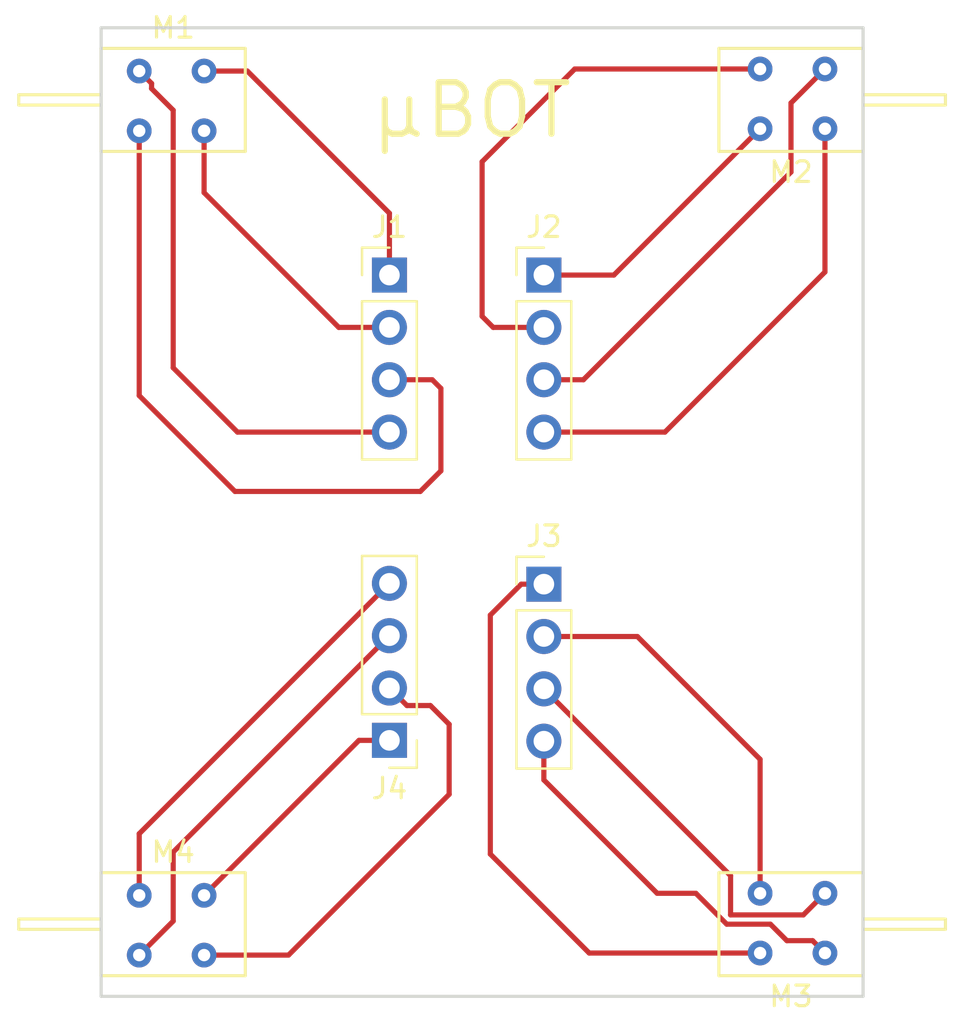
<source format=kicad_pcb>
(kicad_pcb (version 20171130) (host pcbnew 5.0.2-5.fc29)

  (general
    (thickness 1.6)
    (drawings 5)
    (tracks 66)
    (zones 0)
    (modules 8)
    (nets 17)
  )

  (page A4)
  (layers
    (0 F.Cu signal)
    (31 B.Cu signal)
    (32 B.Adhes user)
    (33 F.Adhes user)
    (34 B.Paste user)
    (35 F.Paste user)
    (36 B.SilkS user)
    (37 F.SilkS user)
    (38 B.Mask user)
    (39 F.Mask user)
    (40 Dwgs.User user)
    (41 Cmts.User user)
    (42 Eco1.User user)
    (43 Eco2.User user)
    (44 Edge.Cuts user)
    (45 Margin user)
    (46 B.CrtYd user)
    (47 F.CrtYd user)
    (48 B.Fab user)
    (49 F.Fab user)
  )

  (setup
    (last_trace_width 0.25)
    (trace_clearance 0.2)
    (zone_clearance 0.508)
    (zone_45_only no)
    (trace_min 0.2)
    (segment_width 0.2)
    (edge_width 0.15)
    (via_size 0.8)
    (via_drill 0.4)
    (via_min_size 0.4)
    (via_min_drill 0.3)
    (uvia_size 0.3)
    (uvia_drill 0.1)
    (uvias_allowed no)
    (uvia_min_size 0.2)
    (uvia_min_drill 0.1)
    (pcb_text_width 0.3)
    (pcb_text_size 1.5 1.5)
    (mod_edge_width 0.15)
    (mod_text_size 1 1)
    (mod_text_width 0.15)
    (pad_size 1.524 1.524)
    (pad_drill 0.762)
    (pad_to_mask_clearance 0.051)
    (solder_mask_min_width 0.25)
    (aux_axis_origin 0 0)
    (visible_elements FFFFFF7F)
    (pcbplotparams
      (layerselection 0x010fc_ffffffff)
      (usegerberextensions false)
      (usegerberattributes false)
      (usegerberadvancedattributes false)
      (creategerberjobfile false)
      (excludeedgelayer true)
      (linewidth 0.100000)
      (plotframeref false)
      (viasonmask false)
      (mode 1)
      (useauxorigin false)
      (hpglpennumber 1)
      (hpglpenspeed 20)
      (hpglpendiameter 15.000000)
      (psnegative false)
      (psa4output false)
      (plotreference true)
      (plotvalue true)
      (plotinvisibletext false)
      (padsonsilk false)
      (subtractmaskfromsilk false)
      (outputformat 1)
      (mirror false)
      (drillshape 1)
      (scaleselection 1)
      (outputdirectory ""))
  )

  (net 0 "")
  (net 1 "Net-(J1-Pad1)")
  (net 2 "Net-(J1-Pad2)")
  (net 3 "Net-(J1-Pad3)")
  (net 4 "Net-(J1-Pad4)")
  (net 5 "Net-(J2-Pad1)")
  (net 6 "Net-(J2-Pad2)")
  (net 7 "Net-(J2-Pad3)")
  (net 8 "Net-(J2-Pad4)")
  (net 9 "Net-(J3-Pad4)")
  (net 10 "Net-(J3-Pad3)")
  (net 11 "Net-(J3-Pad2)")
  (net 12 "Net-(J3-Pad1)")
  (net 13 "Net-(J4-Pad4)")
  (net 14 "Net-(J4-Pad3)")
  (net 15 "Net-(J4-Pad2)")
  (net 16 "Net-(J4-Pad1)")

  (net_class Default "This is the default net class."
    (clearance 0.2)
    (trace_width 0.25)
    (via_dia 0.8)
    (via_drill 0.4)
    (uvia_dia 0.3)
    (uvia_drill 0.1)
    (add_net "Net-(J1-Pad1)")
    (add_net "Net-(J1-Pad2)")
    (add_net "Net-(J1-Pad3)")
    (add_net "Net-(J1-Pad4)")
    (add_net "Net-(J2-Pad1)")
    (add_net "Net-(J2-Pad2)")
    (add_net "Net-(J2-Pad3)")
    (add_net "Net-(J2-Pad4)")
    (add_net "Net-(J3-Pad1)")
    (add_net "Net-(J3-Pad2)")
    (add_net "Net-(J3-Pad3)")
    (add_net "Net-(J3-Pad4)")
    (add_net "Net-(J4-Pad1)")
    (add_net "Net-(J4-Pad2)")
    (add_net "Net-(J4-Pad3)")
    (add_net "Net-(J4-Pad4)")
  )

  (module my_footprints:micro_stepper1 (layer F.Cu) (tedit 5E6E789C) (tstamp 5E7C775C)
    (at 107.5 111.5 180)
    (path /5E6F78BF)
    (fp_text reference M4 (at 0 3.5 180) (layer F.SilkS)
      (effects (font (size 1 1) (thickness 0.15)))
    )
    (fp_text value Stepper_Motor_bipolar (at 0 -4 180) (layer F.Fab)
      (effects (font (size 1 1) (thickness 0.15)))
    )
    (fp_line (start 7.5 0.25) (end 3.5 0.25) (layer F.SilkS) (width 0.15))
    (fp_line (start 7.5 -0.25) (end 7.5 0.25) (layer F.SilkS) (width 0.15))
    (fp_line (start 3.5 -0.25) (end 7.5 -0.25) (layer F.SilkS) (width 0.15))
    (fp_line (start 3.5 -2.5) (end -3.5 -2.5) (layer F.SilkS) (width 0.15))
    (fp_line (start 3.5 2.5) (end 3.5 -2.5) (layer F.SilkS) (width 0.15))
    (fp_line (start -3.5 2.5) (end 3.5 2.5) (layer F.SilkS) (width 0.15))
    (fp_line (start -3.5 -2.5) (end -3.5 2.5) (layer F.SilkS) (width 0.15))
    (pad 4 thru_hole circle (at 1.65 1.4 180) (size 1.2 1.2) (drill 0.6) (layers *.Cu *.Mask)
      (net 13 "Net-(J4-Pad4)"))
    (pad 2 thru_hole circle (at -1.5 1.4 180) (size 1.2 1.2) (drill 0.6) (layers *.Cu *.Mask)
      (net 16 "Net-(J4-Pad1)"))
    (pad 3 thru_hole circle (at 1.65 -1.5 180) (size 1.2 1.2) (drill 0.6) (layers *.Cu *.Mask)
      (net 14 "Net-(J4-Pad3)"))
    (pad 1 thru_hole circle (at -1.5 -1.5 180) (size 1.2 1.2) (drill 0.6) (layers *.Cu *.Mask)
      (net 15 "Net-(J4-Pad2)"))
  )

  (module my_footprints:micro_stepper1 (layer F.Cu) (tedit 5E6E789C) (tstamp 5E7C772F)
    (at 107.5 71.5 180)
    (path /5E6E63B8)
    (fp_text reference M1 (at 0 3.5 180) (layer F.SilkS)
      (effects (font (size 1 1) (thickness 0.15)))
    )
    (fp_text value Stepper_Motor_bipolar (at 0 -4 180) (layer F.Fab)
      (effects (font (size 1 1) (thickness 0.15)))
    )
    (fp_line (start -3.5 -2.5) (end -3.5 2.5) (layer F.SilkS) (width 0.15))
    (fp_line (start -3.5 2.5) (end 3.5 2.5) (layer F.SilkS) (width 0.15))
    (fp_line (start 3.5 2.5) (end 3.5 -2.5) (layer F.SilkS) (width 0.15))
    (fp_line (start 3.5 -2.5) (end -3.5 -2.5) (layer F.SilkS) (width 0.15))
    (fp_line (start 3.5 -0.25) (end 7.5 -0.25) (layer F.SilkS) (width 0.15))
    (fp_line (start 7.5 -0.25) (end 7.5 0.25) (layer F.SilkS) (width 0.15))
    (fp_line (start 7.5 0.25) (end 3.5 0.25) (layer F.SilkS) (width 0.15))
    (pad 1 thru_hole circle (at -1.5 -1.5 180) (size 1.2 1.2) (drill 0.6) (layers *.Cu *.Mask)
      (net 2 "Net-(J1-Pad2)"))
    (pad 3 thru_hole circle (at 1.65 -1.5 180) (size 1.2 1.2) (drill 0.6) (layers *.Cu *.Mask)
      (net 3 "Net-(J1-Pad3)"))
    (pad 2 thru_hole circle (at -1.5 1.4 180) (size 1.2 1.2) (drill 0.6) (layers *.Cu *.Mask)
      (net 1 "Net-(J1-Pad1)"))
    (pad 4 thru_hole circle (at 1.65 1.4 180) (size 1.2 1.2) (drill 0.6) (layers *.Cu *.Mask)
      (net 4 "Net-(J1-Pad4)"))
  )

  (module my_footprints:micro_stepper1 (layer F.Cu) (tedit 5E6E789C) (tstamp 5E7C773E)
    (at 137.5 71.5)
    (path /5E6F7332)
    (fp_text reference M2 (at 0 3.5) (layer F.SilkS)
      (effects (font (size 1 1) (thickness 0.15)))
    )
    (fp_text value Stepper_Motor_bipolar (at 0 -4) (layer F.Fab)
      (effects (font (size 1 1) (thickness 0.15)))
    )
    (fp_line (start -3.5 -2.5) (end -3.5 2.5) (layer F.SilkS) (width 0.15))
    (fp_line (start -3.5 2.5) (end 3.5 2.5) (layer F.SilkS) (width 0.15))
    (fp_line (start 3.5 2.5) (end 3.5 -2.5) (layer F.SilkS) (width 0.15))
    (fp_line (start 3.5 -2.5) (end -3.5 -2.5) (layer F.SilkS) (width 0.15))
    (fp_line (start 3.5 -0.25) (end 7.5 -0.25) (layer F.SilkS) (width 0.15))
    (fp_line (start 7.5 -0.25) (end 7.5 0.25) (layer F.SilkS) (width 0.15))
    (fp_line (start 7.5 0.25) (end 3.5 0.25) (layer F.SilkS) (width 0.15))
    (pad 1 thru_hole circle (at -1.5 -1.5) (size 1.2 1.2) (drill 0.6) (layers *.Cu *.Mask)
      (net 6 "Net-(J2-Pad2)"))
    (pad 3 thru_hole circle (at 1.65 -1.5) (size 1.2 1.2) (drill 0.6) (layers *.Cu *.Mask)
      (net 7 "Net-(J2-Pad3)"))
    (pad 2 thru_hole circle (at -1.5 1.4) (size 1.2 1.2) (drill 0.6) (layers *.Cu *.Mask)
      (net 5 "Net-(J2-Pad1)"))
    (pad 4 thru_hole circle (at 1.65 1.4) (size 1.2 1.2) (drill 0.6) (layers *.Cu *.Mask)
      (net 8 "Net-(J2-Pad4)"))
  )

  (module my_footprints:micro_stepper1 (layer F.Cu) (tedit 5E6E789C) (tstamp 5E7C774D)
    (at 137.5 111.5)
    (path /5E6F7092)
    (fp_text reference M3 (at 0 3.5) (layer F.SilkS)
      (effects (font (size 1 1) (thickness 0.15)))
    )
    (fp_text value Stepper_Motor_bipolar (at 0 -4) (layer F.Fab)
      (effects (font (size 1 1) (thickness 0.15)))
    )
    (fp_line (start 7.5 0.25) (end 3.5 0.25) (layer F.SilkS) (width 0.15))
    (fp_line (start 7.5 -0.25) (end 7.5 0.25) (layer F.SilkS) (width 0.15))
    (fp_line (start 3.5 -0.25) (end 7.5 -0.25) (layer F.SilkS) (width 0.15))
    (fp_line (start 3.5 -2.5) (end -3.5 -2.5) (layer F.SilkS) (width 0.15))
    (fp_line (start 3.5 2.5) (end 3.5 -2.5) (layer F.SilkS) (width 0.15))
    (fp_line (start -3.5 2.5) (end 3.5 2.5) (layer F.SilkS) (width 0.15))
    (fp_line (start -3.5 -2.5) (end -3.5 2.5) (layer F.SilkS) (width 0.15))
    (pad 4 thru_hole circle (at 1.65 1.4) (size 1.2 1.2) (drill 0.6) (layers *.Cu *.Mask)
      (net 9 "Net-(J3-Pad4)"))
    (pad 2 thru_hole circle (at -1.5 1.4) (size 1.2 1.2) (drill 0.6) (layers *.Cu *.Mask)
      (net 12 "Net-(J3-Pad1)"))
    (pad 3 thru_hole circle (at 1.65 -1.5) (size 1.2 1.2) (drill 0.6) (layers *.Cu *.Mask)
      (net 10 "Net-(J3-Pad3)"))
    (pad 1 thru_hole circle (at -1.5 -1.5) (size 1.2 1.2) (drill 0.6) (layers *.Cu *.Mask)
      (net 11 "Net-(J3-Pad2)"))
  )

  (module Connector_PinHeader_2.54mm:PinHeader_1x04_P2.54mm_Vertical (layer F.Cu) (tedit 59FED5CC) (tstamp 5E7C7B64)
    (at 118 80)
    (descr "Through hole straight pin header, 1x04, 2.54mm pitch, single row")
    (tags "Through hole pin header THT 1x04 2.54mm single row")
    (path /5E6F69D0)
    (fp_text reference J1 (at 0 -2.33) (layer F.SilkS)
      (effects (font (size 1 1) (thickness 0.15)))
    )
    (fp_text value Conn_01x04_Male (at 0 9.95) (layer F.Fab)
      (effects (font (size 1 1) (thickness 0.15)))
    )
    (fp_line (start -0.635 -1.27) (end 1.27 -1.27) (layer F.Fab) (width 0.1))
    (fp_line (start 1.27 -1.27) (end 1.27 8.89) (layer F.Fab) (width 0.1))
    (fp_line (start 1.27 8.89) (end -1.27 8.89) (layer F.Fab) (width 0.1))
    (fp_line (start -1.27 8.89) (end -1.27 -0.635) (layer F.Fab) (width 0.1))
    (fp_line (start -1.27 -0.635) (end -0.635 -1.27) (layer F.Fab) (width 0.1))
    (fp_line (start -1.33 8.95) (end 1.33 8.95) (layer F.SilkS) (width 0.12))
    (fp_line (start -1.33 1.27) (end -1.33 8.95) (layer F.SilkS) (width 0.12))
    (fp_line (start 1.33 1.27) (end 1.33 8.95) (layer F.SilkS) (width 0.12))
    (fp_line (start -1.33 1.27) (end 1.33 1.27) (layer F.SilkS) (width 0.12))
    (fp_line (start -1.33 0) (end -1.33 -1.33) (layer F.SilkS) (width 0.12))
    (fp_line (start -1.33 -1.33) (end 0 -1.33) (layer F.SilkS) (width 0.12))
    (fp_line (start -1.8 -1.8) (end -1.8 9.4) (layer F.CrtYd) (width 0.05))
    (fp_line (start -1.8 9.4) (end 1.8 9.4) (layer F.CrtYd) (width 0.05))
    (fp_line (start 1.8 9.4) (end 1.8 -1.8) (layer F.CrtYd) (width 0.05))
    (fp_line (start 1.8 -1.8) (end -1.8 -1.8) (layer F.CrtYd) (width 0.05))
    (fp_text user %R (at 0 3.81 90) (layer F.Fab)
      (effects (font (size 1 1) (thickness 0.15)))
    )
    (pad 1 thru_hole rect (at 0 0) (size 1.7 1.7) (drill 1) (layers *.Cu *.Mask)
      (net 1 "Net-(J1-Pad1)"))
    (pad 2 thru_hole oval (at 0 2.54) (size 1.7 1.7) (drill 1) (layers *.Cu *.Mask)
      (net 2 "Net-(J1-Pad2)"))
    (pad 3 thru_hole oval (at 0 5.08) (size 1.7 1.7) (drill 1) (layers *.Cu *.Mask)
      (net 3 "Net-(J1-Pad3)"))
    (pad 4 thru_hole oval (at 0 7.62) (size 1.7 1.7) (drill 1) (layers *.Cu *.Mask)
      (net 4 "Net-(J1-Pad4)"))
    (model ${KISYS3DMOD}/Connector_PinHeader_2.54mm.3dshapes/PinHeader_1x04_P2.54mm_Vertical.wrl
      (at (xyz 0 0 0))
      (scale (xyz 1 1 1))
      (rotate (xyz 0 0 0))
    )
  )

  (module Connector_PinHeader_2.54mm:PinHeader_1x04_P2.54mm_Vertical (layer F.Cu) (tedit 59FED5CC) (tstamp 5E7C7B7B)
    (at 125.5 80)
    (descr "Through hole straight pin header, 1x04, 2.54mm pitch, single row")
    (tags "Through hole pin header THT 1x04 2.54mm single row")
    (path /5E6F7338)
    (fp_text reference J2 (at 0 -2.33) (layer F.SilkS)
      (effects (font (size 1 1) (thickness 0.15)))
    )
    (fp_text value Conn_01x04_Male (at 0 9.95) (layer F.Fab)
      (effects (font (size 1 1) (thickness 0.15)))
    )
    (fp_line (start -0.635 -1.27) (end 1.27 -1.27) (layer F.Fab) (width 0.1))
    (fp_line (start 1.27 -1.27) (end 1.27 8.89) (layer F.Fab) (width 0.1))
    (fp_line (start 1.27 8.89) (end -1.27 8.89) (layer F.Fab) (width 0.1))
    (fp_line (start -1.27 8.89) (end -1.27 -0.635) (layer F.Fab) (width 0.1))
    (fp_line (start -1.27 -0.635) (end -0.635 -1.27) (layer F.Fab) (width 0.1))
    (fp_line (start -1.33 8.95) (end 1.33 8.95) (layer F.SilkS) (width 0.12))
    (fp_line (start -1.33 1.27) (end -1.33 8.95) (layer F.SilkS) (width 0.12))
    (fp_line (start 1.33 1.27) (end 1.33 8.95) (layer F.SilkS) (width 0.12))
    (fp_line (start -1.33 1.27) (end 1.33 1.27) (layer F.SilkS) (width 0.12))
    (fp_line (start -1.33 0) (end -1.33 -1.33) (layer F.SilkS) (width 0.12))
    (fp_line (start -1.33 -1.33) (end 0 -1.33) (layer F.SilkS) (width 0.12))
    (fp_line (start -1.8 -1.8) (end -1.8 9.4) (layer F.CrtYd) (width 0.05))
    (fp_line (start -1.8 9.4) (end 1.8 9.4) (layer F.CrtYd) (width 0.05))
    (fp_line (start 1.8 9.4) (end 1.8 -1.8) (layer F.CrtYd) (width 0.05))
    (fp_line (start 1.8 -1.8) (end -1.8 -1.8) (layer F.CrtYd) (width 0.05))
    (fp_text user %R (at 0 3.81 90) (layer F.Fab)
      (effects (font (size 1 1) (thickness 0.15)))
    )
    (pad 1 thru_hole rect (at 0 0) (size 1.7 1.7) (drill 1) (layers *.Cu *.Mask)
      (net 5 "Net-(J2-Pad1)"))
    (pad 2 thru_hole oval (at 0 2.54) (size 1.7 1.7) (drill 1) (layers *.Cu *.Mask)
      (net 6 "Net-(J2-Pad2)"))
    (pad 3 thru_hole oval (at 0 5.08) (size 1.7 1.7) (drill 1) (layers *.Cu *.Mask)
      (net 7 "Net-(J2-Pad3)"))
    (pad 4 thru_hole oval (at 0 7.62) (size 1.7 1.7) (drill 1) (layers *.Cu *.Mask)
      (net 8 "Net-(J2-Pad4)"))
    (model ${KISYS3DMOD}/Connector_PinHeader_2.54mm.3dshapes/PinHeader_1x04_P2.54mm_Vertical.wrl
      (at (xyz 0 0 0))
      (scale (xyz 1 1 1))
      (rotate (xyz 0 0 0))
    )
  )

  (module Connector_PinHeader_2.54mm:PinHeader_1x04_P2.54mm_Vertical (layer F.Cu) (tedit 59FED5CC) (tstamp 5E7C7B92)
    (at 125.5 95)
    (descr "Through hole straight pin header, 1x04, 2.54mm pitch, single row")
    (tags "Through hole pin header THT 1x04 2.54mm single row")
    (path /5E6F7098)
    (fp_text reference J3 (at 0 -2.33) (layer F.SilkS)
      (effects (font (size 1 1) (thickness 0.15)))
    )
    (fp_text value Conn_01x04_Male (at 0 9.95) (layer F.Fab)
      (effects (font (size 1 1) (thickness 0.15)))
    )
    (fp_text user %R (at 0.5 3.81 90) (layer F.Fab)
      (effects (font (size 1 1) (thickness 0.15)))
    )
    (fp_line (start 1.8 -1.8) (end -1.8 -1.8) (layer F.CrtYd) (width 0.05))
    (fp_line (start 1.8 9.4) (end 1.8 -1.8) (layer F.CrtYd) (width 0.05))
    (fp_line (start -1.8 9.4) (end 1.8 9.4) (layer F.CrtYd) (width 0.05))
    (fp_line (start -1.8 -1.8) (end -1.8 9.4) (layer F.CrtYd) (width 0.05))
    (fp_line (start -1.33 -1.33) (end 0 -1.33) (layer F.SilkS) (width 0.12))
    (fp_line (start -1.33 0) (end -1.33 -1.33) (layer F.SilkS) (width 0.12))
    (fp_line (start -1.33 1.27) (end 1.33 1.27) (layer F.SilkS) (width 0.12))
    (fp_line (start 1.33 1.27) (end 1.33 8.95) (layer F.SilkS) (width 0.12))
    (fp_line (start -1.33 1.27) (end -1.33 8.95) (layer F.SilkS) (width 0.12))
    (fp_line (start -1.33 8.95) (end 1.33 8.95) (layer F.SilkS) (width 0.12))
    (fp_line (start -1.27 -0.635) (end -0.635 -1.27) (layer F.Fab) (width 0.1))
    (fp_line (start -1.27 8.89) (end -1.27 -0.635) (layer F.Fab) (width 0.1))
    (fp_line (start 1.27 8.89) (end -1.27 8.89) (layer F.Fab) (width 0.1))
    (fp_line (start 1.27 -1.27) (end 1.27 8.89) (layer F.Fab) (width 0.1))
    (fp_line (start -0.635 -1.27) (end 1.27 -1.27) (layer F.Fab) (width 0.1))
    (pad 4 thru_hole oval (at 0 7.62) (size 1.7 1.7) (drill 1) (layers *.Cu *.Mask)
      (net 9 "Net-(J3-Pad4)"))
    (pad 3 thru_hole oval (at 0 5.08) (size 1.7 1.7) (drill 1) (layers *.Cu *.Mask)
      (net 10 "Net-(J3-Pad3)"))
    (pad 2 thru_hole oval (at 0 2.54) (size 1.7 1.7) (drill 1) (layers *.Cu *.Mask)
      (net 11 "Net-(J3-Pad2)"))
    (pad 1 thru_hole rect (at 0 0) (size 1.7 1.7) (drill 1) (layers *.Cu *.Mask)
      (net 12 "Net-(J3-Pad1)"))
    (model ${KISYS3DMOD}/Connector_PinHeader_2.54mm.3dshapes/PinHeader_1x04_P2.54mm_Vertical.wrl
      (at (xyz 0 0 0))
      (scale (xyz 1 1 1))
      (rotate (xyz 0 0 0))
    )
  )

  (module Connector_PinHeader_2.54mm:PinHeader_1x04_P2.54mm_Vertical (layer F.Cu) (tedit 59FED5CC) (tstamp 5E7C7BA9)
    (at 118 102.58 180)
    (descr "Through hole straight pin header, 1x04, 2.54mm pitch, single row")
    (tags "Through hole pin header THT 1x04 2.54mm single row")
    (path /5E6F78C5)
    (fp_text reference J4 (at 0 -2.33 180) (layer F.SilkS)
      (effects (font (size 1 1) (thickness 0.15)))
    )
    (fp_text value Conn_01x04_Male (at 0 9.95 180) (layer F.Fab)
      (effects (font (size 1 1) (thickness 0.15)))
    )
    (fp_text user %R (at 0 3.81 270) (layer F.Fab)
      (effects (font (size 1 1) (thickness 0.15)))
    )
    (fp_line (start 1.8 -1.8) (end -1.8 -1.8) (layer F.CrtYd) (width 0.05))
    (fp_line (start 1.8 9.4) (end 1.8 -1.8) (layer F.CrtYd) (width 0.05))
    (fp_line (start -1.8 9.4) (end 1.8 9.4) (layer F.CrtYd) (width 0.05))
    (fp_line (start -1.8 -1.8) (end -1.8 9.4) (layer F.CrtYd) (width 0.05))
    (fp_line (start -1.33 -1.33) (end 0 -1.33) (layer F.SilkS) (width 0.12))
    (fp_line (start -1.33 0) (end -1.33 -1.33) (layer F.SilkS) (width 0.12))
    (fp_line (start -1.33 1.27) (end 1.33 1.27) (layer F.SilkS) (width 0.12))
    (fp_line (start 1.33 1.27) (end 1.33 8.95) (layer F.SilkS) (width 0.12))
    (fp_line (start -1.33 1.27) (end -1.33 8.95) (layer F.SilkS) (width 0.12))
    (fp_line (start -1.33 8.95) (end 1.33 8.95) (layer F.SilkS) (width 0.12))
    (fp_line (start -1.27 -0.635) (end -0.635 -1.27) (layer F.Fab) (width 0.1))
    (fp_line (start -1.27 8.89) (end -1.27 -0.635) (layer F.Fab) (width 0.1))
    (fp_line (start 1.27 8.89) (end -1.27 8.89) (layer F.Fab) (width 0.1))
    (fp_line (start 1.27 -1.27) (end 1.27 8.89) (layer F.Fab) (width 0.1))
    (fp_line (start -0.635 -1.27) (end 1.27 -1.27) (layer F.Fab) (width 0.1))
    (pad 4 thru_hole oval (at 0 7.62 180) (size 1.7 1.7) (drill 1) (layers *.Cu *.Mask)
      (net 13 "Net-(J4-Pad4)"))
    (pad 3 thru_hole oval (at 0 5.08 180) (size 1.7 1.7) (drill 1) (layers *.Cu *.Mask)
      (net 14 "Net-(J4-Pad3)"))
    (pad 2 thru_hole oval (at 0 2.54 180) (size 1.7 1.7) (drill 1) (layers *.Cu *.Mask)
      (net 15 "Net-(J4-Pad2)"))
    (pad 1 thru_hole rect (at 0 0 180) (size 1.7 1.7) (drill 1) (layers *.Cu *.Mask)
      (net 16 "Net-(J4-Pad1)"))
    (model ${KISYS3DMOD}/Connector_PinHeader_2.54mm.3dshapes/PinHeader_1x04_P2.54mm_Vertical.wrl
      (at (xyz 0 0 0))
      (scale (xyz 1 1 1))
      (rotate (xyz 0 0 0))
    )
  )

  (gr_text μBOT (at 122 72) (layer F.SilkS)
    (effects (font (size 2.5 2.5) (thickness 0.3)))
  )
  (gr_line (start 141 68) (end 104 68) (layer Edge.Cuts) (width 0.15))
  (gr_line (start 141 115) (end 141 68) (layer Edge.Cuts) (width 0.15))
  (gr_line (start 104 115) (end 141 115) (layer Edge.Cuts) (width 0.15))
  (gr_line (start 104 68) (end 104 115) (layer Edge.Cuts) (width 0.15))

  (segment (start 109 70.1) (end 111.1 70.1) (width 0.25) (layer F.Cu) (net 1))
  (segment (start 118 77) (end 118 80) (width 0.25) (layer F.Cu) (net 1))
  (segment (start 111.1 70.1) (end 118 77) (width 0.25) (layer F.Cu) (net 1))
  (segment (start 109 73) (end 109 76) (width 0.25) (layer F.Cu) (net 2))
  (segment (start 115.54 82.54) (end 118 82.54) (width 0.25) (layer F.Cu) (net 2))
  (segment (start 109 76) (end 115.54 82.54) (width 0.25) (layer F.Cu) (net 2))
  (segment (start 120.08 85.08) (end 118 85.08) (width 0.25) (layer F.Cu) (net 3))
  (segment (start 105.85 85.85) (end 110.5 90.5) (width 0.25) (layer F.Cu) (net 3))
  (segment (start 105.85 73) (end 105.85 85.85) (width 0.25) (layer F.Cu) (net 3))
  (segment (start 110.5 90.5) (end 119.5 90.5) (width 0.25) (layer F.Cu) (net 3))
  (segment (start 120.5 89.5) (end 120.5 85.5) (width 0.25) (layer F.Cu) (net 3))
  (segment (start 119.5 90.5) (end 120.5 89.5) (width 0.25) (layer F.Cu) (net 3))
  (segment (start 120.5 85.5) (end 120.08 85.08) (width 0.25) (layer F.Cu) (net 3))
  (segment (start 106.449999 70.699999) (end 106.449999 70.949999) (width 0.25) (layer F.Cu) (net 4))
  (segment (start 105.85 70.1) (end 106.449999 70.699999) (width 0.25) (layer F.Cu) (net 4))
  (segment (start 106.449999 70.949999) (end 107.5 72) (width 0.25) (layer F.Cu) (net 4))
  (segment (start 107.5 72) (end 107.5 84.5) (width 0.25) (layer F.Cu) (net 4))
  (segment (start 110.62 87.62) (end 118 87.62) (width 0.25) (layer F.Cu) (net 4))
  (segment (start 107.5 84.5) (end 110.62 87.62) (width 0.25) (layer F.Cu) (net 4))
  (segment (start 128.9 80) (end 136 72.9) (width 0.25) (layer F.Cu) (net 5))
  (segment (start 125.5 80) (end 128.9 80) (width 0.25) (layer F.Cu) (net 5))
  (segment (start 125.5 82.54) (end 123.04 82.54) (width 0.25) (layer F.Cu) (net 6))
  (segment (start 123.04 82.54) (end 122.5 82) (width 0.25) (layer F.Cu) (net 6))
  (segment (start 122.5 82) (end 122.5 74.5) (width 0.25) (layer F.Cu) (net 6))
  (segment (start 122.5 74.5) (end 127 70) (width 0.25) (layer F.Cu) (net 6))
  (segment (start 127 70) (end 136 70) (width 0.25) (layer F.Cu) (net 6))
  (segment (start 125.5 85.08) (end 127.42 85.08) (width 0.25) (layer F.Cu) (net 7))
  (segment (start 127.42 85.08) (end 137.5 75) (width 0.25) (layer F.Cu) (net 7))
  (segment (start 137.5 71.65) (end 139.15 70) (width 0.25) (layer F.Cu) (net 7))
  (segment (start 137.5 75) (end 137.5 71.65) (width 0.25) (layer F.Cu) (net 7))
  (segment (start 125.5 87.62) (end 131.38 87.62) (width 0.25) (layer F.Cu) (net 8))
  (segment (start 139.15 79.85) (end 139.15 72.9) (width 0.25) (layer F.Cu) (net 8))
  (segment (start 131.38 87.62) (end 139.15 79.85) (width 0.25) (layer F.Cu) (net 8))
  (segment (start 138.550001 112.300001) (end 139.15 112.9) (width 0.25) (layer F.Cu) (net 9))
  (segment (start 137.300001 112.300001) (end 138.550001 112.300001) (width 0.25) (layer F.Cu) (net 9))
  (segment (start 136.5 111.5) (end 137.300001 112.300001) (width 0.25) (layer F.Cu) (net 9))
  (segment (start 134.38 111.5) (end 136.5 111.5) (width 0.25) (layer F.Cu) (net 9) (tstamp 5E7C8470))
  (segment (start 132.88 110) (end 134.38 111.5) (width 0.25) (layer F.Cu) (net 9))
  (segment (start 132.88 110) (end 131 110) (width 0.25) (layer F.Cu) (net 9))
  (segment (start 125.5 104.5) (end 125.5 102.62) (width 0.25) (layer F.Cu) (net 9))
  (segment (start 131 110) (end 125.5 104.5) (width 0.25) (layer F.Cu) (net 9))
  (segment (start 134.566399 111.049989) (end 138.100011 111.049989) (width 0.25) (layer F.Cu) (net 10))
  (segment (start 125.5 100.08) (end 134.566399 109.146399) (width 0.25) (layer F.Cu) (net 10))
  (segment (start 138.100011 111.049989) (end 139.15 110) (width 0.25) (layer F.Cu) (net 10))
  (segment (start 134.566399 109.146399) (end 134.566399 111.049989) (width 0.25) (layer F.Cu) (net 10))
  (segment (start 125.5 97.54) (end 130.04 97.54) (width 0.25) (layer F.Cu) (net 11))
  (segment (start 136 103.5) (end 136 110) (width 0.25) (layer F.Cu) (net 11))
  (segment (start 130.04 97.54) (end 136 103.5) (width 0.25) (layer F.Cu) (net 11))
  (segment (start 127.7 112.9) (end 136 112.9) (width 0.25) (layer F.Cu) (net 12))
  (segment (start 122.9 96.5) (end 122.9 108.1) (width 0.25) (layer F.Cu) (net 12))
  (segment (start 125.5 95) (end 124.4 95) (width 0.25) (layer F.Cu) (net 12))
  (segment (start 122.9 108.1) (end 127.7 112.9) (width 0.25) (layer F.Cu) (net 12))
  (segment (start 124.4 95) (end 122.9 96.5) (width 0.25) (layer F.Cu) (net 12))
  (segment (start 105.85 107.11) (end 105.85 110.1) (width 0.25) (layer F.Cu) (net 13))
  (segment (start 118 94.96) (end 105.85 107.11) (width 0.25) (layer F.Cu) (net 13))
  (segment (start 118 97.5) (end 107.5 108) (width 0.25) (layer F.Cu) (net 14))
  (segment (start 107.5 111.35) (end 105.85 113) (width 0.25) (layer F.Cu) (net 14))
  (segment (start 107.5 108) (end 107.5 111.35) (width 0.25) (layer F.Cu) (net 14))
  (segment (start 118.849999 100.889999) (end 119.989999 100.889999) (width 0.25) (layer F.Cu) (net 15))
  (segment (start 118 100.04) (end 118.849999 100.889999) (width 0.25) (layer F.Cu) (net 15))
  (segment (start 119.989999 100.889999) (end 120.9 101.8) (width 0.25) (layer F.Cu) (net 15))
  (segment (start 120.9 101.8) (end 120.9 105.2) (width 0.25) (layer F.Cu) (net 15))
  (segment (start 113.1 113) (end 109 113) (width 0.25) (layer F.Cu) (net 15))
  (segment (start 120.9 105.2) (end 113.1 113) (width 0.25) (layer F.Cu) (net 15))
  (segment (start 116.52 102.58) (end 109 110.1) (width 0.25) (layer F.Cu) (net 16))
  (segment (start 118 102.58) (end 116.52 102.58) (width 0.25) (layer F.Cu) (net 16))

)

</source>
